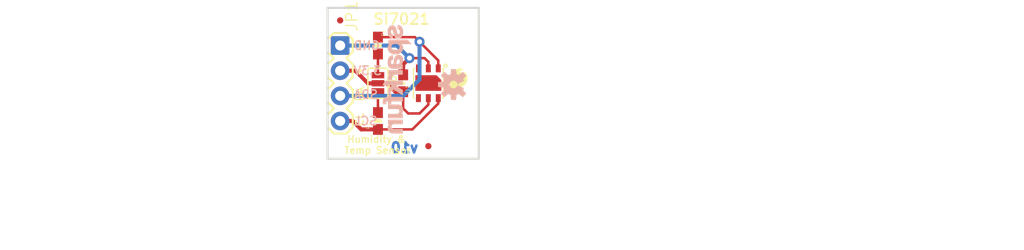
<source format=kicad_pcb>
(kicad_pcb (version 20211014) (generator pcbnew)
  (layers (0 "F.Cu" signal) (31 "B.Cu" signal) (34 "B.Paste" user) (35 "F.Paste" user) (36 "B.SilkS" user "B.Silkscreen") (37 "F.SilkS" user "F.Silkscreen") (38 "B.Mask" user) (39 "F.Mask" user) (44 "Edge.Cuts" user))
  (net 0 "")
  (net 1 "SCL")
  (net 2 "SDA")
  (net 3 "3.3V")
  (net 4 "N$1")
  (net 5 "N$2")
  (net 6 "GND")
  (footprint "boardEagle:0603-CAP" (layer "F.Cu") (at 148.5011 105.0036 90)
    (fp_text reference "C2" (at -0.889 -0.762 90) (layer "F.SilkS") (effects (font (size 0.373888 0.373888) (thickness 0.032512)) (justify left bottom)))
    (fp_text value "0.1uF")
    (fp_line (start 0 -0.02794) (end 0 0.02794) (layer "F.SilkS") (width 0.381))
    (pad "1" smd rect (at -0.85 0 90) (size 1.1 1) (layers "F.Cu" "F.Paste" "F.Mask") (net 3 "3.3V"))
    (pad "2" smd rect (at 0.85 0 90) (size 1.1 1) (layers "F.Cu" "F.Paste" "F.Mask") (net 6 "GND"))
  )
  (footprint "boardEagle:CREATIVE_COMMONS" (layer "F.Cu") (at 128.1811 121.5136)
    (fp_text reference "FRAME2" hide)
    (fp_text value "FRAME-LETTER" hide)
  )
  (footprint "boardEagle:1X04" (layer "F.Cu") (at 142.1511 101.1936 -90)
    (fp_text reference "JP1" (at -1.3462 -1.8288 -90) (layer "F.SilkS") (effects (font (size 1.143 1.143) (thickness 0.127)) (justify left bottom)))
    (fp_text value "")
    (fp_line (start 0.635 -1.27) (end 1.27 -0.635) (layer "F.SilkS") (width 0.2032))
    (fp_line (start 3.175 1.27) (end 1.905 1.27) (layer "F.SilkS") (width 0.2032))
    (fp_line (start 3.81 -0.635) (end 4.445 -1.27) (layer "F.SilkS") (width 0.2032))
    (fp_line (start 8.255 -1.27) (end 8.89 -0.635) (layer "F.SilkS") (width 0.2032))
    (fp_line (start -0.635 -1.27) (end 0.635 -1.27) (layer "F.SilkS") (width 0.2032))
    (fp_line (start 0.635 1.27) (end -0.635 1.27) (layer "F.SilkS") (width 0.2032))
    (fp_line (start 1.27 -0.635) (end 1.905 -1.27) (layer "F.SilkS") (width 0.2032))
    (fp_line (start 6.985 -1.27) (end 8.255 -1.27) (layer "F.SilkS") (width 0.2032))
    (fp_line (start 5.715 -1.27) (end 6.35 -0.635) (layer "F.SilkS") (width 0.2032))
    (fp_line (start 8.89 0.635) (end 8.255 1.27) (layer "F.SilkS") (width 0.2032))
    (fp_line (start 6.35 0.635) (end 5.715 1.27) (layer "F.SilkS") (width 0.2032))
    (fp_line (start 1.905 1.27) (end 1.27 0.635) (layer "F.SilkS") (width 0.2032))
    (fp_line (start 4.445 -1.27) (end 5.715 -1.27) (layer "F.SilkS") (width 0.2032))
    (fp_line (start 8.89 -0.635) (end 8.89 0.635) (layer "F.SilkS") (width 0.2032))
    (fp_line (start 1.905 -1.27) (end 3.175 -1.27) (layer "F.SilkS") (width 0.2032))
    (fp_line (start 6.985 -1.27) (end 6.35 -0.635) (layer "F.SilkS") (width 0.2032))
    (fp_line (start 4.445 1.27) (end 3.81 0.635) (layer "F.SilkS") (width 0.2032))
    (fp_line (start -1.27 -0.635) (end -1.27 0.635) (layer "F.SilkS") (width 0.2032))
    (fp_line (start 3.175 -1.27) (end 3.81 -0.635) (layer "F.SilkS") (width 0.2032))
    (fp_line (start 8.255 1.27) (end 6.985 1.27) (layer "F.SilkS") (width 0.2032))
    (fp_line (start 5.715 1.27) (end 4.445 1.27) (layer "F.SilkS") (width 0.2032))
    (fp_line (start 1.27 0.635) (end 0.635 1.27) (layer "F.SilkS") (width 0.2032))
    (fp_line (start 6.35 0.635) (end 6.985 1.27) (layer "F.SilkS") (width 0.2032))
    (fp_line (start -0.635 -1.27) (end -1.27 -0.635) (layer "F.SilkS") (width 0.2032))
    (fp_line (start -1.27 0.635) (end -0.635 1.27) (layer "F.SilkS") (width 0.2032))
    (fp_line (start 3.81 0.635) (end 3.175 1.27) (layer "F.SilkS") (width 0.2032))
    (pad "1" thru_hole rect (at 0 0) (size 1.8796 1.8796) (drill 1.016) (layers *.Cu *.Mask) (net 6 "GND"))
    (pad "2" thru_hole circle (at 2.54 0) (size 1.8796 1.8796) (drill 1.016) (layers *.Cu *.Mask) (net 3 "3.3V"))
    (pad "3" thru_hole circle (at 5.08 0) (size 1.8796 1.8796) (drill 1.016) (layers *.Cu *.Mask) (net 2 "SDA"))
    (pad "4" thru_hole circle (at 7.62 0) (size 1.8796 1.8796) (drill 1.016) (layers *.Cu *.Mask) (net 1 "SCL"))
  )
  (footprint "boardEagle:MICRO-FIDUCIAL" (layer "F.Cu") (at 151.0411 111.3536 90)
    (fp_text reference "JP3" hide)
    (fp_text value "FIDUCIALUFIDUCIAL" hide)
    (pad "1" smd roundrect (at 0 0 90) (size 0.635 0.635) (layers "F.Cu" "F.Mask") (roundrect_rratio 0.5))
  )
  (footprint "boardEagle:0603-RES" (layer "F.Cu") (at 145.9611 108.8136 90)
    (fp_text reference "R2" (at -0.889 -0.762 90) (layer "F.SilkS") (effects (font (size 0.373888 0.373888) (thickness 0.032512)) (justify left bottom)))
    (fp_text value "4.7K")
    (fp_poly (pts (xy -0.1905 0.381) (xy 0.1905 0.381) (xy 0.1905 -0.381) (xy -0.1905 -0.381)) (layer "F.SilkS") (width 0) (fill solid))
    (pad "1" smd rect (at -0.85 0 90) (size 1.1 1) (layers "F.Cu" "F.Paste" "F.Mask") (net 1 "SCL"))
    (pad "2" smd rect (at 0.85 0 90) (size 1.1 1) (layers "F.Cu" "F.Paste" "F.Mask") (net 5 "N$2"))
  )
  (footprint "boardEagle:STAND-OFF" (layer "F.Cu") (at 153.5811 99.9236 90)
    (fp_text reference "STANDOFF1" hide)
    (fp_text value "STAND-OFF" hide)
    (pad "" np_thru_hole circle (at 0 0 90) (size 3.302 3.302) (drill 3.302) (layers *.Cu *.Mask))
  )
  (footprint "boardEagle:MICRO-FIDUCIAL" (layer "F.Cu") (at 142.1511 98.6536 90)
    (fp_text reference "JP4" hide)
    (fp_text value "FIDUCIALUFIDUCIAL" hide)
    (pad "1" smd roundrect (at 0 0 90) (size 0.635 0.635) (layers "F.Cu" "F.Mask") (roundrect_rratio 0.5))
  )
  (footprint "boardEagle:SJ_3_PASTE1&2&3" (layer "F.Cu") (at 145.9611 105.0036 90)
    (fp_text reference "SJ1" (at -1.27 -1.27 90) (layer "F.SilkS") (effects (font (size 0.373888 0.373888) (thickness 0.032512)) (justify left bottom)))
    (fp_text value "")
    (fp_line (start -1.27 -1.016) (end 1.27 -1.016) (layer "F.SilkS") (width 0.1524))
    (fp_line (start -1.524 0.762) (end -1.524 -0.762) (layer "F.SilkS") (width 0.1524))
    (fp_line (start 1.524 0.762) (end 1.524 -0.762) (layer "F.SilkS") (width 0.1524))
    (fp_line (start 1.27 1.016) (end -1.27 1.016) (layer "F.SilkS") (width 0.1524))
    (fp_arc (start 1.27 -1.016) (mid 1.449605 -0.941605) (end 1.524 -0.762) (layer "F.SilkS") (width 0.1524))
    (fp_arc (start -1.27 1.016) (mid -1.449605 0.941605) (end -1.524 0.762) (layer "F.SilkS") (width 0.1524))
    (fp_arc (start 1.524 0.762) (mid 1.449605 0.941605) (end 1.27 1.016) (layer "F.SilkS") (width 0.1524))
    (fp_arc (start -1.524 -0.762) (mid -1.449605 -0.941605) (end -1.27 -1.016) (layer "F.SilkS") (width 0.1524))
    (pad "1" smd rect (at -0.8128 0 90) (size 0.635 1.27) (layers "F.Cu" "F.Mask") (net 5 "N$2"))
    (pad "2" smd rect (at 0 0 90) (size 0.635 1.27) (layers "F.Cu" "F.Mask") (net 3 "3.3V"))
    (pad "3" smd rect (at 0.8128 0 90) (size 0.635 1.27) (layers "F.Cu" "F.Mask") (net 4 "N$1"))
  )
  (footprint "boardEagle:0603-RES" (layer "F.Cu") (at 145.9611 101.1936 -90)
    (fp_text reference "R1" (at -0.889 -0.762 -90) (layer "F.SilkS") (effects (font (size 0.373888 0.373888) (thickness 0.032512)) (justify left bottom)))
    (fp_text value "4.7K")
    (fp_poly (pts (xy -0.1905 0.381) (xy 0.1905 0.381) (xy 0.1905 -0.381) (xy -0.1905 -0.381)) (layer "F.SilkS") (width 0) (fill solid))
    (pad "1" smd rect (at -0.85 0 270) (size 1.1 1) (layers "F.Cu" "F.Paste" "F.Mask") (net 2 "SDA"))
    (pad "2" smd rect (at 0.85 0 270) (size 1.1 1) (layers "F.Cu" "F.Paste" "F.Mask") (net 4 "N$1"))
  )
  (footprint "boardEagle:SFE_LOGO_FLAME_.1" (layer "F.Cu") (at 152.9461 106.4006)
    (fp_text reference "LOGO3" hide)
    (fp_text value "SFE_LOGO_FLAME.1_INCH" hide)
    (fp_poly (pts (xy 1.412844 -2.906175) (xy 1.560112 -2.832541) (xy 1.605026 -2.798855) (xy 1.681982 -2.7219) (xy 1.571006 -2.7219) (xy 1.551005 -2.7319) (xy 1.504689 -2.7319) (xy 1.468361 -2.722818) (xy 1.422477 -2.713641) (xy 1.39011 -2.697457) (xy 1.358081 -2.673436) (xy 1.343019 -2.650843) (xy 1.335288 -2.635381) (xy 1.3281 -2.613817) (xy 1.3281 -2.564689) (xy 1.335361 -2.535643) (xy 1.369607 -2.484275) (xy 1.425028 -2.428854) (xy 1.462016 -2.401113) (xy 1.489157 -2.383019) (xy 1.523301 -2.365947) (xy 1.594689 -2.3481) (xy 1.613817 -2.3481) (xy 1.629419 -2.353301) (xy 1.648687 -2.372569) (xy 1.654712 -2.384619) (xy 1.6619 -2.406183) (xy 1.6619 -2.558742) (xy 1.804838 -2.469406) (xy 1.890505 -2.373031) (xy 1.964662 -2.256498) (xy 2.016968 -2.099579) (xy 2.048309 -1.932428) (xy 2.037811 -1.753974) (xy 1.985628 -1.555678) (xy 1.881878 -1.368928) (xy 1.808618 -1.274737) (xy 1.726044 -1.192162) (xy 1.642524 -1.119083) (xy 1.536984 -1.055759) (xy 1.432127 -1.013816) (xy 1.318165 -0.982735) (xy 1.193153 -0.9619) (xy 1.003156 -0.9619) (xy 0.953397 -0.953607) (xy 0.863627 -0.899745) (xy 0.767974 -0.804092) (xy 0.647975 -0.664094) (xy 0.528159 -0.544277) (xy 0.478163 -0.484281) (xy 0.430255 -0.436373) (xy 0.400257 -0.386376) (xy 0.2819 -0.268018) (xy 0.2819 -1.732372) (xy 0.292559 -1.817641) (xy 0.314746 -1.895296) (xy 0.380852 -2.005474) (xy 0.436664 -2.050123) (xy 0.481171 -2.083503) (xy 0.539098 -2.106674) (xy 0.59313 -2.117481) (xy 0.656847 -2.1281) (xy 0.788994 -2.1281) (xy 0.884319 -2.080438) (xy 0.832569 -2.028687) (xy 0.784617 -2.004711) (xy 0.760581 -1.996699) (xy 0.713301 -1.949419) (xy 0.7081 -1.933817) (xy 0.7081 -1.906183) (xy 0.714532 -1.886888) (xy 0.729607 -1.864275) (xy 0.781412 -1.81247) (xy 0.820903 -1.796674) (xy 0.863772 -1.7881) (xy 0.935311 -1.7881) (xy 1.004357 -1.805361) (xy 1.053944 -1.83842) (xy 1.086004 -1.878495) (xy 1.1019 -1.926183) (xy 1.1019 -1.983091) (xy 1.077224 -2.048894) (xy 1.012268 -2.113851) (xy 0.931425 -2.204799) (xy 0.858661 -2.287958) (xy 0.804008 -2.386334) (xy 0.7819 -2.485818) (xy 0.7819 -2.576183) (xy 0.815289 -2.676349) (xy 0.871274 -2.765925) (xy 0.969046 -2.84197) (xy 1.087145 -2.906387) (xy 1.206565 -2.9281) (xy 1.314182 -2.9281)) (layer "F.SilkS") (width 0) (fill solid))
  )
  (footprint "boardEagle:SI7021" (layer "F.Cu") (at 151.0411 105.0036 90)
    (fp_text reference "U1" (at -1.075 -1.775 90) (layer "F.SilkS") (effects (font (size 0.46 0.46) (thickness 0.04)) (justify left bottom)))
    (fp_text value "SI7021")
    (fp_poly (pts (xy 0.8135 0.826303) (xy 0.326303 1.3135) (xy -0.7635 1.3135) (xy -0.7635 -1.3135) (xy 0.8135 -1.3135)) (layer "F.Cu") (width 0) (fill solid))
    (fp_line (start -1.4986 1.397) (end -1.4986 1.4986) (layer "F.SilkS") (width 0.127))
    (fp_line (start 1.4986 -1.4986) (end 1.4986 -1.397) (layer "F.SilkS") (width 0.127))
    (fp_line (start -1.4986 -1.397) (end -1.4986 -1.4986) (layer "F.SilkS") (width 0.127))
    (fp_line (start -1.4986 1.4986) (end 1.4986 1.4986) (layer "F.SilkS") (width 0.127))
    (fp_line (start -1.4986 -1.4986) (end 1.4986 -1.4986) (layer "F.SilkS") (width 0.127))
    (fp_line (start 1.4986 1.4986) (end 1.4986 1.397) (layer "F.SilkS") (width 0.127))
    (fp_circle (center 1.778 1.7272) (end 1.93864 1.7272) (layer "F.SilkS") (width 0.127) (fill none))
    (pad "DATA" smd rect (at 1.5 1) (size 0.5 0.8) (layers "F.Cu" "F.Paste" "F.Mask") (net 2 "SDA"))
    (pad "GND" smd rect (at 1.5 0) (size 0.5 0.8) (layers "F.Cu" "F.Paste" "F.Mask") (net 6 "GND"))
    (pad "NC@3" smd rect (at 1.5 -1) (size 0.5 0.8) (layers "F.Cu" "F.Paste" "F.Mask"))
    (pad "NC@4" smd rect (at -1.5 -1) (size 0.5 0.8) (layers "F.Cu" "F.Paste" "F.Mask"))
    (pad "SCK" smd rect (at -1.5 1) (size 0.5 0.8) (layers "F.Cu" "F.Paste" "F.Mask") (net 1 "SCL"))
    (pad "VDD" smd rect (at -1.5 0) (size 0.5 0.8) (layers "F.Cu" "F.Paste" "F.Mask") (net 3 "3.3V"))
  )
  (footprint "boardEagle:STAND-OFF" (layer "F.Cu") (at 153.5811 110.0836 90)
    (fp_text reference "STANDOFF2" hide)
    (fp_text value "STAND-OFF" hide)
    (pad "" np_thru_hole circle (at 0 0 90) (size 3.302 3.302) (drill 3.302) (layers *.Cu *.Mask))
  )
  (footprint "boardEagle:SFE_LOGO_NAME_.1" (layer "B.Cu") (at 149.7711 98.6536 -90)
    (fp_text reference "LOGO4" hide)
    (fp_text value "SFE_LOGO_NAME.1_INCH" hide)
    (fp_poly (pts (xy 4.393156 2.8181) (xy 4.443773 2.8181) (xy 4.499798 2.806895) (xy 4.560665 2.786606) (xy 4.601749 2.776335) (xy 4.655621 2.754786) (xy 4.700112 2.732541) (xy 4.745026 2.698855) (xy 4.786941 2.656941) (xy 4.822471 2.621411) (xy 4.844785 2.565625) (xy 4.86664 2.521915) (xy 4.877582 2.456264) (xy 4.8881 2.393153) (xy 4.8881 1.498995) (xy 4.8981 1.478994) (xy 4.8981 1.438995) (xy 4.9081 1.418994) (xy 4.9081 1.408995) (xy 4.9181 1.388994) (xy 4.9181 1.378995) (xy 4.9281 1.358994) (xy 4.9281 1.3019) (xy 4.4619 1.3019) (xy 4.4619 1.344218) (xy 4.4519 1.354218) (xy 4.4519 1.364218) (xy 4.4419 1.374218) (xy 4.4419 1.392143) (xy 4.416889 1.375469) (xy 4.386888 1.365468) (xy 4.35916 1.346983) (xy 4.339157 1.336981) (xy 4.306889 1.315469) (xy 4.27066 1.303392) (xy 4.230665 1.293394) (xy 4.196183 1.2819) (xy 4.166183 1.2819) (xy 4.136183 1.2719) (xy 4.066183 1.2719) (xy 4.036183 1.2619) (xy 3.946227 1.2619) (xy 3.896228 1.2719) (xy 3.841006 1.2719) (xy 3.796699 1.294053) (xy 3.756702 1.304052) (xy 3.712961 1.325922) (xy 3.67084 1.346983) (xy 3.635727 1.370392) (xy 3.603059 1.403059) (xy 3.571145 1.434974) (xy 3.537459 1.479888) (xy 3.514052 1.526702) (xy 3.503038 1.570759) (xy 3.492818 1.611639) (xy 3.4819 1.666227) (xy 3.4819 1.721728) (xy 3.492457 1.837853) (xy 3.525667 1.937483) (xy 3.58083 2.014711) (xy 3.646667 2.080549) (xy 3.723755 2.124599) (xy 3.809125 2.156613) (xy 3.90349 2.177583) (xy 4.014955 2.191516) (xy 4.117879 1.921342) (xy 3.992569 1.858687) (xy 3.961313 1.827431) (xy 3.9481 1.801005) (xy 3.9481 1.763817) (xy 3.941135 1.742923) (xy 3.9481 1.728994) (xy 3.9481 1.706183) (xy 3.9581 1.676183) (xy 3.9581 1.668995) (xy 3.961313 1.662569) (xy 3.982569 1.641313) (xy 4.002569 1.631313) (xy 4.012569 1.621313) (xy 4.018995 1.6181) (xy 4.038994 1.6181) (xy 4.058995 1.6081) (xy 4.195311 1.6081) (xy 4.304357 1.635361) (xy 4.325725 1.649607) (xy 4.366699 1.690581) (xy 4.376699 1.720581) (xy 4.3967 1.740582) (xy 4.4019 1.756183) (xy 4.4019 1.788994) (xy 4.4119 1.808995) (xy 4.4119 1.838994) (xy 4.4219 1.858995) (xy 4.4219 1.968018) (xy 4.415782 1.9619) (xy 4.388995 1.9619) (xy 4.377039 1.955922) (xy 4.348994 1.9419) (xy 4.258472 1.9419) (xy 4.205106 2.222073) (xy 4.31121 2.237231) (xy 4.362086 2.25419) (xy 4.392786 2.277214) (xy 4.414335 2.305947) (xy 4.4219 2.343772) (xy 4.4219 2.363817) (xy 4.4119 2.393817) (xy 4.4119 2.411005) (xy 4.398687 2.437431) (xy 4.377431 2.458687) (xy 4.331005 2.4819) (xy 4.311006 2.4819) (xy 4.291005 2.4919) (xy 4.221006 2.4919) (xy 4.207077 2.498865) (xy 4.186183 2.4919) (xy 4.136183 2.4919) (xy 4.106183 2.4819) (xy 4.088995 2.4819) (xy 4.062569 2.468687) (xy 4.011313 2.417431) (xy 3.9981 2.391005) (xy 3.9981 2.361006) (xy 3.9881 2.341005) (xy 3.9881 2.2819) (xy 3.51607 2.2819) (xy 3.532432 2.396435) (xy 3.543105 2.449798) (xy 3.565178 2.516016) (xy 3.598341 2.571288) (xy 3.631145 2.615026) (xy 3.674974 2.658855) (xy 3.71714 2.69048) (xy 3.758712 2.721659) (xy 3.813016 2.754241) (xy 3.86585 2.775375) (xy 3.919674 2.796905) (xy 4.043736 2.817582) (xy 4.106847 2.8281) (xy 4.333153 2.8281)) (layer "B.SilkS") (width 0) (fill solid))
    (fp_poly (pts (xy 11.017334 2.817439) (xy 11.144113 2.785744) (xy 11.243168 2.730714) (xy 11.310714 2.663168) (xy 11.364478 2.566392) (xy 11.40744 2.458987) (xy 11.417967 2.343186) (xy 11.4281 2.211463) (xy 11.4281 1.3019) (xy 10.9619 1.3019) (xy 10.9619 2.217293) (xy 10.952769 2.28121) (xy 10.935177 2.333987) (xy 10.908344 2.378708) (xy 10.882786 2.412786) (xy 10.854573 2.433945) (xy 10.74955 2.451449) (xy 10.623004 2.433371) (xy 10.585475 2.410854) (xy 10.551349 2.368197) (xy 10.525255 2.324706) (xy 10.506947 2.26063) (xy 10.4881 2.175817) (xy 10.4881 1.3019) (xy 10.0219 1.3019) (xy 10.0219 2.581058) (xy 10.033958 2.7981) (xy 10.4681 2.7981) (xy 10.4681 2.666115) (xy 10.493944 2.69842) (xy 10.55962 2.742204) (xy 10.613984 2.774822) (xy 10.677952 2.796145) (xy 10.740788 2.81709) (xy 10.803736 2.827582) (xy 10.869552 2.838551)) (layer "B.SilkS") (width 0) (fill solid))
    (fp_poly (pts (xy 8.346183 3.3281) (xy 8.4781 3.3281) (xy 8.4781 2.9619) (xy 8.266183 2.9619) (xy 8.214619 2.944712) (xy 8.211154 2.94298) (xy 8.205289 2.925383) (xy 8.195947 2.906699) (xy 8.1881 2.875311) (xy 8.1881 2.7981) (xy 8.4581 2.7981) (xy 8.4581 2.4619) (xy 8.1881 2.4619) (xy 8.1881 1.3019) (xy 7.7219 1.3019) (xy 7.7219 2.4619) (xy 7.288018 2.4619) (xy 7.383059 2.556941) (xy 7.414974 2.588855) (xy 7.452786 2.617214) (xy 7.481145 2.655026) (xy 7.513059 2.686941) (xy 7.544974 2.718855) (xy 7.582786 2.747214) (xy 7.62095 2.7981) (xy 7.7219 2.7981) (xy 7.7219 2.87211) (xy 7.732416 2.966754) (xy 7.754312 3.05434) (xy 7.798584 3.131815) (xy 7.851837 3.195719) (xy 7.918895 3.262776) (xy 8.007823 3.296125) (xy 8.112728 3.327596) (xy 8.228272 3.3381) (xy 8.316183 3.3381)) (layer "B.SilkS") (width 0) (fill solid))
    (fp_poly (pts (xy 6.0081 2.795782) (xy 6.0081 2.3819) (xy 5.951006 2.3819) (xy 5.931005 2.3919) (xy 5.831901 2.3919) (xy 5.736548 2.382365) (xy 5.665643 2.364639) (xy 5.614275 2.330393) (xy 5.562128 2.278246) (xy 5.506422 2.148266) (xy 5.4881 2.065817) (xy 5.4881 1.3019) (xy 5.0219 1.3019) (xy 5.0219 2.721235) (xy 5.102528 2.73736) (xy 5.151643 2.747183) (xy 5.19531 2.7581) (xy 5.246228 2.7581) (xy 5.291643 2.767183) (xy 5.331639 2.777182) (xy 5.381643 2.787183) (xy 5.4681 2.808798) (xy 5.4681 2.625835) (xy 5.480392 2.644273) (xy 5.535727 2.699608) (xy 5.598866 2.741701) (xy 5.663815 2.785) (xy 5.739533 2.806634) (xy 5.814664 2.8281) (xy 5.975782 2.8281)) (layer "B.SilkS") (width 0) (fill solid))
    (fp_poly (pts (xy 2.929338 2.817229) (xy 3.067237 2.764191) (xy 3.183983 2.689898) (xy 3.280426 2.593455) (xy 3.354458 2.466544) (xy 3.40663 2.330896) (xy 3.4381 2.184036) (xy 3.4381 2.000884) (xy 2.986257 2.012775) (xy 2.972194 2.125274) (xy 2.96275 2.200824) (xy 2.934631 2.275809) (xy 2.907172 2.33988) (xy 2.864269 2.391364) (xy 2.811775 2.42636) (xy 2.749939 2.452861) (xy 2.679736 2.461636) (xy 2.599817 2.452756) (xy 2.538225 2.42636) (xy 2.485732 2.391364) (xy 2.442828 2.33988) (xy 2.416222 2.277799) (xy 2.3781 2.125311) (xy 2.3781 1.964689) (xy 2.415361 1.815643) (xy 2.487474 1.707474) (xy 2.538225 1.67364) (xy 2.599817 1.647244) (xy 2.68 1.638334) (xy 2.760183 1.647244) (xy 2.821775 1.67364) (xy 2.872526 1.707474) (xy 2.966513 1.848455) (xy 3.375374 1.65605) (xy 3.279898 1.506017) (xy 3.184582 1.4107) (xy 3.078029 1.336113) (xy 2.938292 1.282368) (xy 2.781269 1.2719) (xy 2.716847 1.2719) (xy 2.650788 1.28291) (xy 2.587952 1.303855) (xy 2.523984 1.325178) (xy 2.4682 1.358648) (xy 2.414551 1.401567) (xy 2.3981 1.418018) (xy 2.3981 0.420728) (xy 2.284551 0.511567) (xy 2.234549 0.561569) (xy 2.186199 0.600249) (xy 2.134551 0.641567) (xy 2.044549 0.731569) (xy 1.994551 0.771567) (xy 1.9319 0.834218) (xy 1.9319 2.721235) (xy 2.011643 2.737183) (xy 2.051639 2.747182) (xy 2.106227 2.7581) (xy 2.146228 2.7581) (xy 2.241643 2.777183) (xy 2.281639 2.787182) (xy 2.3781 2.806475) (xy 2.3781 2.688615) (xy 2.394526 2.709148) (xy 2.450398 2.74267) (xy 2.501652 2.773423) (xy 2.568085 2.80664) (xy 2.633736 2.817582) (xy 2.693736 2.827582) (xy 2.759215 2.838495)) (layer "B.SilkS") (width 0) (fill solid))
    (fp_poly (pts (xy 8.9581 1.882707) (xy 8.967231 1.81879) (xy 8.985791 1.76311) (xy 9.00247 1.721412) (xy 9.035028 1.688854) (xy 9.065947 1.665665) (xy 9.106435 1.657568) (xy 9.17 1.648487) (xy 9.23415 1.657651) (xy 9.286603 1.666393) (xy 9.326373 1.690255) (xy 9.369745 1.733627) (xy 9.394745 1.775294) (xy 9.412487 1.837389) (xy 9.422109 1.923991) (xy 9.4319 2.021901) (xy 9.4319 2.7981) (xy 9.8881 2.7981) (xy 9.8881 1.3019) (xy 9.4419 1.3019) (xy 9.4419 1.432728) (xy 9.415451 1.411569) (xy 9.363624 1.359743) (xy 9.306016 1.325178) (xy 9.242048 1.303855) (xy 9.179212 1.28291) (xy 9.115827 1.272346) (xy 9.04 1.261513) (xy 8.892264 1.282618) (xy 8.775527 1.314456) (xy 8.67813 1.368565) (xy 8.600015 1.435521) (xy 8.544692 1.535102) (xy 8.512895 1.641091) (xy 8.4919 1.756565) (xy 8.4919 2.7981) (xy 8.9581 2.7981)) (layer "B.SilkS") (width 0) (fill solid))
    (fp_poly (pts (xy 1.263449 2.827944) (xy 1.377272 2.817596) (xy 1.484898 2.785308) (xy 1.580778 2.732042) (xy 1.666049 2.668089) (xy 1.742958 2.580192) (xy 1.786799 2.470589) (xy 1.815652 2.3119) (xy 1.368765 2.3119) (xy 1.352817 2.391643) (xy 1.345598 2.42052) (xy 1.297431 2.468687) (xy 1.266699 2.484053) (xy 1.231643 2.492817) (xy 1.186228 2.5019) (xy 1.106183 2.5019) (xy 1.076183 2.4919) (xy 1.036183 2.4919) (xy 1.016888 2.485468) (xy 0.972011 2.45555) (xy 0.966606 2.439335) (xy 0.95904 2.409071) (xy 0.965665 2.375947) (xy 0.987214 2.347214) (xy 1.017914 2.32419) (xy 1.071265 2.306406) (xy 1.20764 2.267442) (xy 1.287009 2.25752) (xy 1.368733 2.237089) (xy 1.460875 2.216613) (xy 1.544201 2.185366) (xy 1.617011 2.154161) (xy 1.691815 2.111416) (xy 1.758636 2.055732) (xy 1.804134 1.987485) (xy 1.837342 1.898929) (xy 1.848262 1.800648) (xy 1.837415 1.659637) (xy 1.783017 1.55084) (xy 1.718081 1.453436) (xy 1.630112 1.387459) (xy 1.525079 1.334943) (xy 1.409724 1.292995) (xy 1.283153 1.2719) (xy 1.036847 1.2719) (xy 0.910276 1.292995) (xy 0.794921 1.334943) (xy 0.689888 1.387459) (xy 0.603058 1.452581) (xy 0.526244 1.551343) (xy 0.482995 1.670276) (xy 0.455024 1.8381) (xy 0.902276 1.8381) (xy 0.91664 1.751914) (xy 0.934786 1.715621) (xy 0.951407 1.67407) (xy 0.978829 1.653504) (xy 1.070903 1.616674) (xy 1.116852 1.607484) (xy 1.168449 1.598885) (xy 1.20531 1.6081) (xy 1.242663 1.6081) (xy 1.288251 1.626335) (xy 1.32052 1.634402) (xy 1.368687 1.682569) (xy 1.3819 1.708995) (xy 1.3819 1.745311) (xy 1.374639 1.774357) (xy 1.360393 1.795725) (xy 1.336373 1.819745) (xy 1.294706 1.844745) (xy 1.16063 1.883053) (xy 1.072113 1.902723) (xy 0.969507 1.923244) (xy 0.888652 1.953565) (xy 0.808654 1.973564) (xy 0.723755 2.005401) (xy 0.646667 2.049451) (xy 0.593059 2.103059) (xy 0.537224 2.158895) (xy 0.502751 2.250823) (xy 0.491535 2.340544) (xy 0.513006 2.480102) (xy 0.556968 2.590006) (xy 0.623794 2.667971) (xy 0.709222 2.732042) (xy 0.805102 2.785308) (xy 0.912728 2.817596) (xy 1.026693 2.827956) (xy 1.150144 2.838244)) (layer "B.SilkS") (width 0) (fill solid))
    (fp_poly (pts (xy 4.332821 1.958813) (xy 4.278994 1.9319) (xy 4.236183 1.9319) (xy 4.206183 1.9219) (xy 4.166183 1.9219) (xy 4.136183 1.9119) (xy 4.118995 1.9119) (xy 4.098994 1.9019) (xy 4.043743 1.9019) (xy 3.938703 2.17763) (xy 4.073746 2.20764) (xy 4.165514 2.217836) (xy 4.280739 2.232239)) (layer "B.SilkS") (width 0) (fill solid))
    (fp_poly (pts (xy 3.440843 2.077038) (xy 3.427907 1.895944) (xy 3.407032 1.749817) (xy 3.33984 1.588556) (xy 2.935443 1.77886) (xy 2.962479 1.887004) (xy 2.972164 1.964486) (xy 2.986 2.089008)) (layer "B.SilkS") (width 0) (fill solid))
    (fp_poly (pts (xy 6.5481 2.344647) (xy 6.98377 2.7981) (xy 7.553235 2.7981) (xy 6.979019 2.234719) (xy 7.590534 1.3019) (xy 7.028601 1.3019) (xy 6.652679 1.918797) (xy 6.5481 1.814218) (xy 6.5481 1.3019) (xy 6.0919 1.3019) (xy 6.0919 3.101967) (xy 6.5481 3.366082)) (layer "B.SilkS") (width 0) (fill solid))
  )
  (footprint "boardEagle:OSHW-LOGO-S" (layer "B.Cu") (at 153.5811 105.1306 -90)
    (fp_text reference "LOGO2" hide)
    (fp_text value "OSHW-LOGOS" hide)
    (fp_poly (pts (xy 0.301647 1.061351) (xy 0.42347 1.022344) (xy 0.537177 0.963769) (xy 0.92862 1.282946) (xy 1.282946 0.92862) (xy 0.961035 0.533823) (xy 1.057046 0.302084) (xy 1.5638 0.250561) (xy 1.5638 -0.250561) (xy 1.057046 -0.302084) (xy 0.961035 -0.533823) (xy 1.282946 -0.92862) (xy 0.92862 -1.282946) (xy 0.537177 -0.96377) (xy 0.356601 -1.056794) (xy 0.088679 -0.410073) (xy 0.326262 -0.2176) (xy 0.373649 -0.121468) (xy 0.392729 -0.010339) (xy 0.379464 0.101634) (xy 0.334947 0.205229) (xy 0.262842 0.291918) (xy 0.169087 0.354561) (xy 0.061406 0.387999) (xy -0.051342 0.38948) (xy -0.159868 0.358881) (xy -0.255234 0.298724) (xy -0.329589 0.213962) (xy -0.376813 0.111569) (xy -0.392176 0.005767) (xy -0.322923 -0.222565) (xy -0.249312 -0.303773) (xy 0.091677 -0.5081) (xy -0.12929 -0.5081) (xy -0.355332 -1.053732) (xy -0.506597 -0.983577) (xy -0.538922 -0.965192) (xy -0.92862 -1.282946) (xy -1.282946 -0.92862) (xy -0.961035 -0.533823) (xy -1.057046 -0.302084) (xy -1.5638 -0.250561) (xy -1.5638 0.250561) (xy -1.057046 0.302084) (xy -0.961035 0.533823) (xy -1.282946 0.92862) (xy -0.92862 1.282946) (xy -0.533823 0.961035) (xy -0.302084 1.057046) (xy -0.250561 1.5638) (xy 0.250561 1.5638)) (layer "B.SilkS") (width 0) (fill solid))
  )
  (gr_line (start 156.1211 112.6236) (end 156.1211 97.3836) (layer "Edge.Cuts") (width 0.2032))
  (gr_line (start 156.1211 97.3836) (end 140.8811 97.3836) (layer "Edge.Cuts") (width 0.2032))
  (gr_line (start 140.8811 97.3836) (end 140.8811 112.6236) (layer "Edge.Cuts") (width 0.2032))
  (gr_line (start 140.8811 112.6236) (end 156.1211 112.6236) (layer "Edge.Cuts") (width 0.2032))
  (gr_text "v10" (at 150.1521 112.1156) (layer "B.Cu") (effects (font (size 1.016 1.016) (thickness 0.254)) (justify left bottom mirror)))
  (gr_text "GND" (at 143.4211 100.6856) (layer "B.SilkS") (effects (font (size 0.8636 0.8636) (thickness 0.1524)) (justify right top mirror)))
  (gr_text "SCL" (at 143.4211 108.3056) (layer "B.SilkS") (effects (font (size 0.8636 0.8636) (thickness 0.1524)) (justify right top mirror)))
  (gr_text "SDA" (at 143.4211 105.6386) (layer "B.SilkS") (effects (font (size 0.8636 0.8636) (thickness 0.1524)) (justify right top mirror)))
  (gr_text "3.3V" (at 143.4211 103.2256) (layer "B.SilkS") (effects (font (size 0.8636 0.8636) (thickness 0.1524)) (justify right top mirror)))
  (gr_text "Si7021" (at 151.2951 97.8916) (layer "F.SilkS") (effects (font (size 1.0795 1.0795) (thickness 0.1905)) (justify right top)))
  (gr_text "CL" (at 144.5641 109.4486 90) (layer "F.SilkS") (effects (font (size 0.75565 0.75565) (thickness 0.13335)) (justify left bottom)))
  (gr_text "Humidity & \nTemp Sensor" (at 149.3393 110.2614) (layer "F.SilkS") (effects (font (size 0.69088 0.69088) (thickness 0.12192)) (justify right top)))
  (gr_text "PU" (at 147.8915 105.664 90) (layer "F.SilkS") (effects (font (size 0.69088 0.69088) (thickness 0.12192)) (justify left bottom)))
  (gr_text "-" (at 143.5481 100.5586 90) (layer "F.SilkS") (effects (font (size 0.8636 0.8636) (thickness 0.1524)) (justify right top)))
  (gr_text "DA" (at 144.5641 106.9086 90) (layer "F.SilkS") (effects (font (size 0.75565 0.75565) (thickness 0.13335)) (justify left bottom)))
  (gr_text "+" (at 143.5481 103.0986 90) (layer "F.SilkS") (effects (font (size 0.8636 0.8636) (thickness 0.1524)) (justify right top)))
  (segment (start 149.4291 109.6636) (end 145.9611 109.6636) (width 0.254) (layer "F.Cu") (net 1))
  (segment (start 152.0411 107.0516) (end 149.4291 109.6636) (width 0.254) (layer "F.Cu") (net 1))
  (segment (start 144.2711 109.6636) (end 143.4211 108.8136) (width 0.4064) (layer "F.Cu") (net 1))
  (segment (start 142.1511 108.8136) (end 143.4211 108.8136) (width 0.4064) (layer "F.Cu") (net 1))
  (segment (start 152.0411 107.0516) (end 152.0411 106.5036) (width 0.254) (layer "F.Cu") (net 1))
  (segment (start 145.9611 109.6636) (end 144.2711 109.6636) (width 0.4064) (layer "F.Cu") (net 1))
  (segment (start 152.0411 103.5036) (end 152.0411 102.7016) (width 0.254) (layer "F.Cu") (net 2))
  (segment (start 145.9611 100.3436) (end 149.6831 100.3436) (width 0.254) (layer "F.Cu") (net 2))
  (segment (start 149.6831 100.3436) (end 150.1521 100.8126) (width 0.254) (layer "F.Cu") (net 2))
  (segment (start 150.1521 100.8126) (end 152.0411 102.7016) (width 0.254) (layer "F.Cu") (net 2))
  (via (at 150.1521 100.8126) (size 1.016) (drill 0.508) (layers "F.Cu" "B.Cu") (net 2))
  (segment (start 142.1511 106.2736) (end 148.5011 106.2736) (width 0.4064) (layer "B.Cu") (net 2))
  (segment (start 150.1521 104.6226) (end 148.5011 106.2736) (width 0.4064) (layer "B.Cu") (net 2))
  (segment (start 150.1521 104.6226) (end 150.1521 100.8126) (width 0.4064) (layer "B.Cu") (net 2))
  (segment (start 146.8501 105.0036) (end 147.7001 105.8536) (width 0.4064) (layer "F.Cu") (net 3))
  (segment (start 145.9611 105.0036) (end 146.8501 105.0036) (width 0.4064) (layer "F.Cu") (net 3))
  (segment (start 148.5011 107.5436) (end 148.5011 105.8536) (width 0.254) (layer "F.Cu") (net 3))
  (segment (start 149.0091 108.0516) (end 148.5011 107.5436) (width 0.254) (layer "F.Cu") (net 3))
  (segment (start 144.9451 105.0036) (end 143.6751 103.7336) (width 0.4064) (layer "F.Cu") (net 3))
  (segment (start 145.9611 105.0036) (end 144.9451 105.0036) (width 0.4064) (layer "F.Cu") (net 3))
  (segment (start 147.7001 105.8536) (end 148.5011 105.8536) (width 0.4064) (layer "F.Cu") (net 3))
  (segment (start 151.0411 107.1626) (end 151.0411 106.5036) (width 0.254) (layer "F.Cu") (net 3))
  (segment (start 150.1521 108.0516) (end 149.0091 108.0516) (width 0.254) (layer "F.Cu") (net 3))
  (segment (start 143.6751 103.7336) (end 142.1511 103.7336) (width 0.4064) (layer "F.Cu") (net 3))
  (segment (start 151.0411 107.1626) (end 150.1521 108.0516) (width 0.254) (layer "F.Cu") (net 3))
  (segment (start 145.9611 104.1908) (end 145.9611 102.0436) (width 0.254) (layer "F.Cu") (net 4))
  (segment (start 145.9611 105.8164) (end 145.9611 107.9636) (width 0.254) (layer "F.Cu") (net 5))
  (segment (start 151.0411 102.8446) (end 150.6601 102.4636) (width 0.254) (layer "F.Cu") (net 6))
  (segment (start 148.5011 103.0986) (end 149.1361 102.4636) (width 0.4064) (layer "F.Cu") (net 6))
  (segment (start 148.5011 103.0986) (end 148.5011 104.1536) (width 0.4064) (layer "F.Cu") (net 6))
  (segment (start 151.0411 103.5036) (end 151.0411 102.8446) (width 0.254) (layer "F.Cu") (net 6))
  (segment (start 150.6601 102.4636) (end 149.1361 102.4636) (width 0.254) (layer "F.Cu") (net 6))
  (via (at 149.1361 102.4636) (size 1.016) (drill 0.508) (layers "F.Cu" "B.Cu") (net 6))
  (segment (start 142.1511 101.1936) (end 147.8661 101.1936) (width 0.4064) (layer "B.Cu") (net 6))
  (segment (start 147.8661 101.1936) (end 149.1361 102.4636) (width 0.4064) (layer "B.Cu") (net 6))
)
</source>
